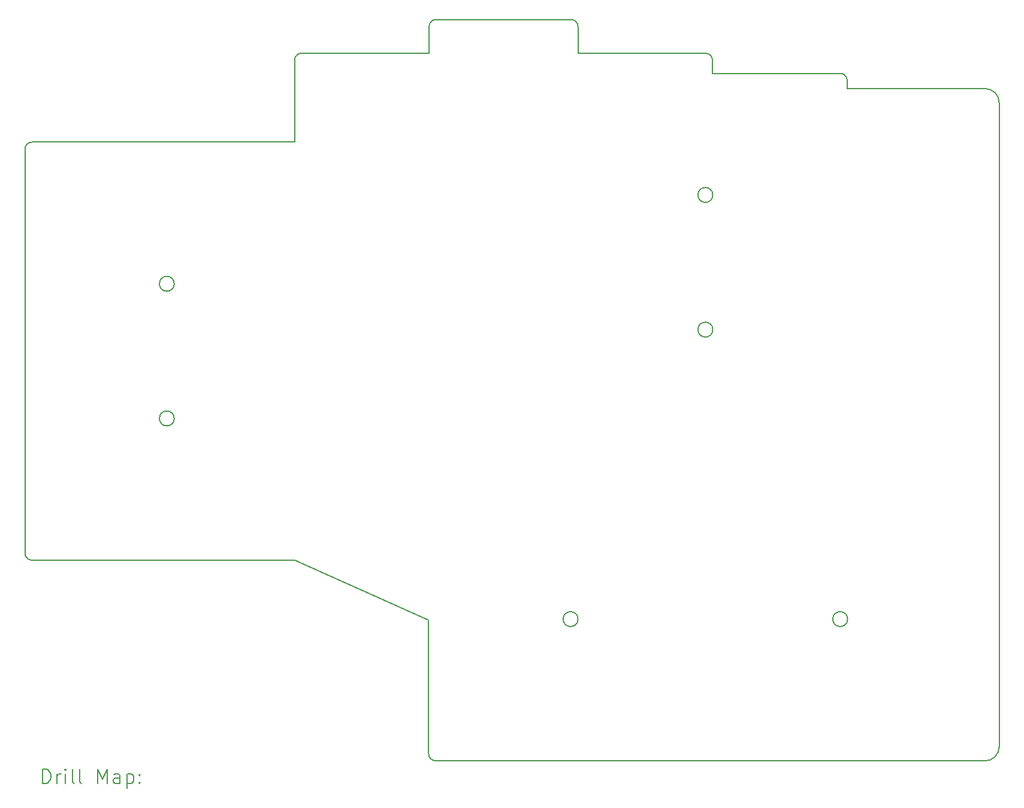
<source format=gbr>
%TF.GenerationSoftware,KiCad,Pcbnew,(6.0.8)*%
%TF.CreationDate,2022-10-22T23:29:10+01:00*%
%TF.ProjectId,bottom_plate,626f7474-6f6d-45f7-906c-6174652e6b69,v1.0.0*%
%TF.SameCoordinates,Original*%
%TF.FileFunction,Drillmap*%
%TF.FilePolarity,Positive*%
%FSLAX45Y45*%
G04 Gerber Fmt 4.5, Leading zero omitted, Abs format (unit mm)*
G04 Created by KiCad (PCBNEW (6.0.8)) date 2022-10-22 23:29:10*
%MOMM*%
%LPD*%
G01*
G04 APERTURE LIST*
%ADD10C,0.150000*%
%ADD11C,0.200000*%
G04 APERTURE END LIST*
D10*
X12477500Y-1885950D02*
G75*
G03*
X12477500Y-1885950I-105000J0D01*
G01*
X14620000Y-3690950D02*
X14620000Y5419050D01*
X2962500Y2857500D02*
G75*
G03*
X2962500Y2857500I-105000J0D01*
G01*
X14620000Y5419050D02*
G75*
G03*
X14420000Y5619050I-200000J0D01*
G01*
X10567500Y6019800D02*
G75*
G03*
X10467500Y6119800I-100000J0D01*
G01*
X10572500Y2209800D02*
G75*
G03*
X10572500Y2209800I-105000J0D01*
G01*
X8667500Y-1885950D02*
G75*
G03*
X8667500Y-1885950I-105000J0D01*
G01*
X6557500Y-1896838D02*
X4662500Y-1052500D01*
X852500Y-952500D02*
X852500Y4762500D01*
X10572500Y4114800D02*
G75*
G03*
X10572500Y4114800I-105000J0D01*
G01*
X12372500Y5834050D02*
X10567500Y5834050D01*
X12472500Y5734050D02*
G75*
G03*
X12372500Y5834050I-100000J0D01*
G01*
X952500Y-1052500D02*
X4662500Y-1052500D01*
X4762500Y6119800D02*
G75*
G03*
X4662500Y6019800I0J-100000D01*
G01*
X952500Y4862500D02*
X4662500Y4862500D01*
X10567500Y5834050D02*
X10567500Y6019800D01*
X14420000Y5619050D02*
X12472500Y5619050D01*
X8667500Y6119800D02*
X8667500Y6496050D01*
X10467500Y6119800D02*
X8667500Y6119800D01*
X8667500Y6496050D02*
G75*
G03*
X8567500Y6596050I-100000J0D01*
G01*
X14420000Y-3890950D02*
G75*
G03*
X14620000Y-3690950I0J200000D01*
G01*
X6557500Y-3790950D02*
X6557500Y-1896838D01*
X4662500Y6019800D02*
X4662500Y4862500D01*
X6662500Y6596050D02*
G75*
G03*
X6562500Y6496050I0J-100000D01*
G01*
X6657500Y-3890950D02*
X14420000Y-3890950D01*
X2962500Y952500D02*
G75*
G03*
X2962500Y952500I-105000J0D01*
G01*
X6557500Y-3790950D02*
G75*
G03*
X6657500Y-3890950I100000J0D01*
G01*
X6562500Y6496050D02*
X6562500Y6119800D01*
X6562500Y6119800D02*
X4762500Y6119800D01*
X952500Y4862500D02*
G75*
G03*
X852500Y4762500I0J-100000D01*
G01*
X8567500Y6596050D02*
X6662500Y6596050D01*
X852500Y-952500D02*
G75*
G03*
X952500Y-1052500I100000J0D01*
G01*
X12472500Y5619050D02*
X12472500Y5734050D01*
D11*
X1102619Y-4208926D02*
X1102619Y-4008926D01*
X1150238Y-4008926D01*
X1178810Y-4018450D01*
X1197857Y-4037498D01*
X1207381Y-4056545D01*
X1216905Y-4094640D01*
X1216905Y-4123212D01*
X1207381Y-4161307D01*
X1197857Y-4180355D01*
X1178810Y-4199402D01*
X1150238Y-4208926D01*
X1102619Y-4208926D01*
X1302619Y-4208926D02*
X1302619Y-4075593D01*
X1302619Y-4113688D02*
X1312143Y-4094640D01*
X1321667Y-4085117D01*
X1340714Y-4075593D01*
X1359762Y-4075593D01*
X1426428Y-4208926D02*
X1426428Y-4075593D01*
X1426428Y-4008926D02*
X1416905Y-4018450D01*
X1426428Y-4027974D01*
X1435952Y-4018450D01*
X1426428Y-4008926D01*
X1426428Y-4027974D01*
X1550238Y-4208926D02*
X1531190Y-4199402D01*
X1521667Y-4180355D01*
X1521667Y-4008926D01*
X1655000Y-4208926D02*
X1635952Y-4199402D01*
X1626428Y-4180355D01*
X1626428Y-4008926D01*
X1883571Y-4208926D02*
X1883571Y-4008926D01*
X1950238Y-4151783D01*
X2016905Y-4008926D01*
X2016905Y-4208926D01*
X2197857Y-4208926D02*
X2197857Y-4104164D01*
X2188333Y-4085117D01*
X2169286Y-4075593D01*
X2131190Y-4075593D01*
X2112143Y-4085117D01*
X2197857Y-4199402D02*
X2178810Y-4208926D01*
X2131190Y-4208926D01*
X2112143Y-4199402D01*
X2102619Y-4180355D01*
X2102619Y-4161307D01*
X2112143Y-4142259D01*
X2131190Y-4132736D01*
X2178810Y-4132736D01*
X2197857Y-4123212D01*
X2293095Y-4075593D02*
X2293095Y-4275593D01*
X2293095Y-4085117D02*
X2312143Y-4075593D01*
X2350238Y-4075593D01*
X2369286Y-4085117D01*
X2378810Y-4094640D01*
X2388333Y-4113688D01*
X2388333Y-4170831D01*
X2378810Y-4189878D01*
X2369286Y-4199402D01*
X2350238Y-4208926D01*
X2312143Y-4208926D01*
X2293095Y-4199402D01*
X2474048Y-4189878D02*
X2483571Y-4199402D01*
X2474048Y-4208926D01*
X2464524Y-4199402D01*
X2474048Y-4189878D01*
X2474048Y-4208926D01*
X2474048Y-4085117D02*
X2483571Y-4094640D01*
X2474048Y-4104164D01*
X2464524Y-4094640D01*
X2474048Y-4085117D01*
X2474048Y-4104164D01*
M02*

</source>
